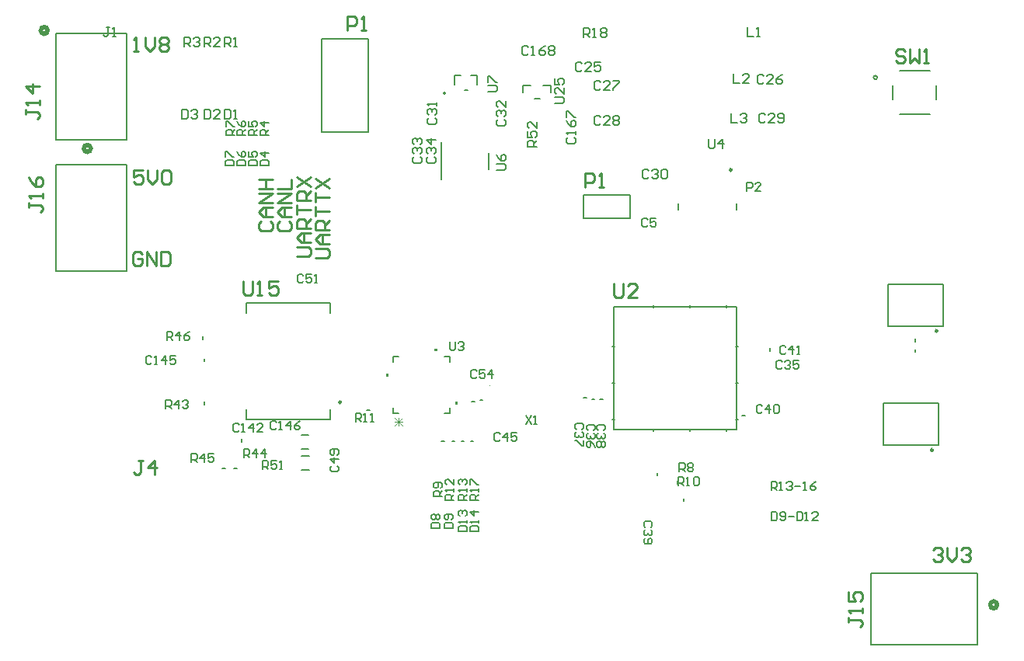
<source format=gto>
G04*
G04 #@! TF.GenerationSoftware,Altium Limited,Altium Designer,21.6.4 (81)*
G04*
G04 Layer_Color=65535*
%FSLAX25Y25*%
%MOIN*%
G70*
G04*
G04 #@! TF.SameCoordinates,32ACE0EF-A2FC-4BC7-9326-31937D1A4F50*
G04*
G04*
G04 #@! TF.FilePolarity,Positive*
G04*
G01*
G75*
%ADD10C,0.00394*%
%ADD11C,0.02000*%
%ADD12C,0.00984*%
%ADD13C,0.00600*%
%ADD14C,0.00787*%
%ADD15C,0.00300*%
%ADD16C,0.01000*%
G36*
X180700Y161250D02*
Y159750D01*
X179700D01*
Y161250D01*
X180700D01*
D02*
G37*
G36*
X209300Y149250D02*
Y147750D01*
X210300D01*
Y149250D01*
X209300D01*
D02*
G37*
G36*
X200250Y170800D02*
Y171800D01*
X201750D01*
Y170800D01*
X200250D01*
D02*
G37*
D10*
X224232Y155937D02*
G03*
X224232Y155937I-197J0D01*
G01*
D11*
X53000Y257850D02*
G03*
X53000Y257850I-1500J0D01*
G01*
X34500Y308500D02*
G03*
X34500Y308500I-1500J0D01*
G01*
X441850Y62000D02*
G03*
X441850Y62000I-1500J0D01*
G01*
D12*
X327992Y248681D02*
G03*
X327992Y248681I-492J0D01*
G01*
X414350Y128476D02*
G03*
X414350Y128476I-492J0D01*
G01*
X416272Y179628D02*
G03*
X416272Y179628I-492J0D01*
G01*
X160409Y149000D02*
G03*
X160409Y149000I-492J0D01*
G01*
D13*
X390415Y288299D02*
G03*
X390415Y288299I-800J0D01*
G01*
X205169Y281669D02*
G03*
X205169Y281669I-500J0D01*
G01*
X182800Y168700D02*
X185190D01*
X207200Y166310D02*
Y168700D01*
X204810Y144300D02*
X207200D01*
X182800D02*
X185190D01*
X182800Y166310D02*
Y168700D01*
X204810D02*
X207200D01*
Y144300D02*
Y146690D01*
X182800Y144300D02*
Y146690D01*
X38035Y250850D02*
X68535D01*
Y205150D02*
Y250850D01*
X38035Y205150D02*
X68535D01*
X38035D02*
Y250850D01*
Y307350D02*
X68535D01*
Y261650D02*
Y307350D01*
X38035Y261650D02*
X68535D01*
X38035D02*
Y307350D01*
X433350Y44965D02*
Y75465D01*
X387650Y44965D02*
X433350D01*
X387650D02*
Y75465D01*
X433350D01*
X399925Y272650D02*
X413074D01*
X415850Y278961D02*
Y285039D01*
X399925Y291350D02*
X413074D01*
X397150Y278961D02*
Y285039D01*
X277301Y137198D02*
Y189998D01*
X330101D01*
Y137198D02*
Y189998D01*
X277301Y137198D02*
X330101D01*
X325748Y136698D02*
Y137698D01*
Y189498D02*
Y190498D01*
X310000Y136698D02*
Y137698D01*
Y189498D02*
Y190498D01*
X294252Y136698D02*
Y137698D01*
Y189498D02*
Y190498D01*
X329601Y141551D02*
X330601D01*
X276801D02*
X277801D01*
X329601Y157299D02*
X330601D01*
X276801D02*
X277801D01*
X329601Y173047D02*
X330601D01*
X276801D02*
X277801D01*
X209169Y285197D02*
Y289158D01*
X216197D02*
X218831D01*
Y285197D02*
Y289158D01*
X213441Y282842D02*
X214559D01*
X209169Y289158D02*
X211803D01*
X219299Y107001D02*
X215701D01*
Y108801D01*
X216300Y109401D01*
X217500D01*
X218100Y108801D01*
Y107001D01*
Y108201D02*
X219299Y109401D01*
Y110600D02*
Y111800D01*
Y111200D01*
X215701D01*
X216300Y110600D01*
X215701Y113599D02*
Y115999D01*
X216300D01*
X218700Y113599D01*
X219299D01*
X214299Y107001D02*
X210701D01*
Y108801D01*
X211300Y109401D01*
X212500D01*
X213100Y108801D01*
Y107001D01*
Y108201D02*
X214299Y109401D01*
Y110600D02*
Y111800D01*
Y111200D01*
X210701D01*
X211300Y110600D01*
Y113599D02*
X210701Y114199D01*
Y115399D01*
X211300Y115999D01*
X211900D01*
X212500Y115399D01*
Y114799D01*
Y115399D01*
X213100Y115999D01*
X213700D01*
X214299Y115399D01*
Y114199D01*
X213700Y113599D01*
X215701Y93502D02*
X219299D01*
Y95301D01*
X218700Y95901D01*
X216300D01*
X215701Y95301D01*
Y93502D01*
X219299Y97100D02*
Y98300D01*
Y97700D01*
X215701D01*
X216300Y97100D01*
X219299Y101899D02*
X215701D01*
X217500Y100099D01*
Y102499D01*
X210701Y93502D02*
X214299D01*
Y95301D01*
X213700Y95901D01*
X211300D01*
X210701Y95301D01*
Y93502D01*
X214299Y97100D02*
Y98300D01*
Y97700D01*
X210701D01*
X211300Y97100D01*
Y100099D02*
X210701Y100699D01*
Y101899D01*
X211300Y102499D01*
X211900D01*
X212500Y101899D01*
Y101299D01*
Y101899D01*
X213100Y102499D01*
X213700D01*
X214299Y101899D01*
Y100699D01*
X213700Y100099D01*
X204701Y95001D02*
X208299D01*
Y96800D01*
X207700Y97400D01*
X205300D01*
X204701Y96800D01*
Y95001D01*
X207700Y98600D02*
X208299Y99200D01*
Y100399D01*
X207700Y100999D01*
X205300D01*
X204701Y100399D01*
Y99200D01*
X205300Y98600D01*
X205900D01*
X206500Y99200D01*
Y100999D01*
X218601Y162200D02*
X218001Y162799D01*
X216801D01*
X216201Y162200D01*
Y159800D01*
X216801Y159201D01*
X218001D01*
X218601Y159800D01*
X222200Y162799D02*
X219800D01*
Y161000D01*
X221000Y161600D01*
X221600D01*
X222200Y161000D01*
Y159800D01*
X221600Y159201D01*
X220400D01*
X219800Y159800D01*
X225199Y159201D02*
Y162799D01*
X223399Y161000D01*
X225799D01*
X344903Y111201D02*
Y114799D01*
X346703D01*
X347302Y114200D01*
Y113000D01*
X346703Y112400D01*
X344903D01*
X346103D02*
X347302Y111201D01*
X348502D02*
X349701D01*
X349102D01*
Y114799D01*
X348502Y114200D01*
X351501D02*
X352101Y114799D01*
X353300D01*
X353900Y114200D01*
Y113600D01*
X353300Y113000D01*
X352701D01*
X353300D01*
X353900Y112400D01*
Y111800D01*
X353300Y111201D01*
X352101D01*
X351501Y111800D01*
X355100Y113000D02*
X357499D01*
X358699Y111201D02*
X359898D01*
X359298D01*
Y114799D01*
X358699Y114200D01*
X364097Y114799D02*
X362897Y114200D01*
X361698Y113000D01*
Y111800D01*
X362298Y111201D01*
X363497D01*
X364097Y111800D01*
Y112400D01*
X363497Y113000D01*
X361698D01*
X345103Y101799D02*
Y98201D01*
X346903D01*
X347502Y98800D01*
Y101200D01*
X346903Y101799D01*
X345103D01*
X348702Y98800D02*
X349302Y98201D01*
X350501D01*
X351101Y98800D01*
Y101200D01*
X350501Y101799D01*
X349302D01*
X348702Y101200D01*
Y100600D01*
X349302Y100000D01*
X351101D01*
X352301D02*
X354700D01*
X355900Y101799D02*
Y98201D01*
X357699D01*
X358299Y98800D01*
Y101200D01*
X357699Y101799D01*
X355900D01*
X359499Y98201D02*
X360698D01*
X360098D01*
Y101799D01*
X359499Y101200D01*
X364897Y98201D02*
X362498D01*
X364897Y100600D01*
Y101200D01*
X364297Y101799D01*
X363097D01*
X362498Y101200D01*
X239601Y143299D02*
X242000Y139701D01*
Y143299D02*
X239601Y139701D01*
X243200D02*
X244399D01*
X243799D01*
Y143299D01*
X243200Y142700D01*
X114799Y263501D02*
X111201D01*
Y265300D01*
X111800Y265900D01*
X113000D01*
X113600Y265300D01*
Y263501D01*
Y264701D02*
X114799Y265900D01*
X111201Y267100D02*
Y269499D01*
X111800D01*
X114200Y267100D01*
X114799D01*
X119400Y263599D02*
X115802D01*
Y265399D01*
X116401Y265999D01*
X117601D01*
X118201Y265399D01*
Y263599D01*
Y264799D02*
X119400Y265999D01*
X115802Y269597D02*
X116401Y268398D01*
X117601Y267198D01*
X118801D01*
X119400Y267798D01*
Y268998D01*
X118801Y269597D01*
X118201D01*
X117601Y268998D01*
Y267198D01*
X124400Y263599D02*
X120801D01*
Y265399D01*
X121401Y265999D01*
X122601D01*
X123201Y265399D01*
Y263599D01*
Y264799D02*
X124400Y265999D01*
X120801Y269597D02*
Y267198D01*
X122601D01*
X122001Y268398D01*
Y268998D01*
X122601Y269597D01*
X123801D01*
X124400Y268998D01*
Y267798D01*
X123801Y267198D01*
X129299Y263501D02*
X125701D01*
Y265300D01*
X126300Y265900D01*
X127500D01*
X128100Y265300D01*
Y263501D01*
Y264701D02*
X129299Y265900D01*
Y268899D02*
X125701D01*
X127500Y267100D01*
Y269499D01*
X110801Y250599D02*
X114400D01*
Y252399D01*
X113801Y252999D01*
X111401D01*
X110801Y252399D01*
Y250599D01*
Y254198D02*
Y256597D01*
X111401D01*
X113801Y254198D01*
X114400D01*
X115802Y250599D02*
X119400D01*
Y252399D01*
X118801Y252999D01*
X116401D01*
X115802Y252399D01*
Y250599D01*
Y256597D02*
X116401Y255398D01*
X117601Y254198D01*
X118801D01*
X119400Y254798D01*
Y255998D01*
X118801Y256597D01*
X118201D01*
X117601Y255998D01*
Y254198D01*
X120801Y250599D02*
X124400D01*
Y252399D01*
X123801Y252999D01*
X121401D01*
X120801Y252399D01*
Y250599D01*
Y256597D02*
Y254198D01*
X122601D01*
X122001Y255398D01*
Y255998D01*
X122601Y256597D01*
X123801D01*
X124400Y255998D01*
Y254798D01*
X123801Y254198D01*
X125802Y250599D02*
X129400D01*
Y252399D01*
X128801Y252999D01*
X126401D01*
X125802Y252399D01*
Y250599D01*
X129400Y255998D02*
X125802D01*
X127601Y254198D01*
Y256597D01*
X207001Y174799D02*
Y171800D01*
X207601Y171201D01*
X208800D01*
X209400Y171800D01*
Y174799D01*
X210600Y174200D02*
X211200Y174799D01*
X212399D01*
X212999Y174200D01*
Y173600D01*
X212399Y173000D01*
X211799D01*
X212399D01*
X212999Y172400D01*
Y171800D01*
X212399Y171201D01*
X211200D01*
X210600Y171800D01*
X126801Y120201D02*
Y123799D01*
X128601D01*
X129201Y123200D01*
Y122000D01*
X128601Y121400D01*
X126801D01*
X128001D02*
X129201Y120201D01*
X132799Y123799D02*
X130400D01*
Y122000D01*
X131600Y122600D01*
X132200D01*
X132799Y122000D01*
Y120800D01*
X132200Y120201D01*
X131000D01*
X130400Y120800D01*
X133999Y120201D02*
X135199D01*
X134599D01*
Y123799D01*
X133999Y123200D01*
X85702Y175701D02*
Y179299D01*
X87501D01*
X88101Y178700D01*
Y177500D01*
X87501Y176900D01*
X85702D01*
X86901D02*
X88101Y175701D01*
X91100D02*
Y179299D01*
X89300Y177500D01*
X91700D01*
X95298Y179299D02*
X94099Y178700D01*
X92899Y177500D01*
Y176300D01*
X93499Y175701D01*
X94699D01*
X95298Y176300D01*
Y176900D01*
X94699Y177500D01*
X92899D01*
X96201Y123201D02*
Y126799D01*
X98001D01*
X98601Y126200D01*
Y125000D01*
X98001Y124400D01*
X96201D01*
X97401D02*
X98601Y123201D01*
X101600D02*
Y126799D01*
X99800Y125000D01*
X102200D01*
X105798Y126799D02*
X103399D01*
Y125000D01*
X104599Y125600D01*
X105199D01*
X105798Y125000D01*
Y123800D01*
X105199Y123201D01*
X103999D01*
X103399Y123800D01*
X118702Y125201D02*
Y128799D01*
X120501D01*
X121101Y128200D01*
Y127000D01*
X120501Y126400D01*
X118702D01*
X119901D02*
X121101Y125201D01*
X124100D02*
Y128799D01*
X122300Y127000D01*
X124700D01*
X127699Y125201D02*
Y128799D01*
X125899Y127000D01*
X128298D01*
X85202Y146201D02*
Y149799D01*
X87001D01*
X87601Y149200D01*
Y148000D01*
X87001Y147400D01*
X85202D01*
X86401D02*
X87601Y146201D01*
X90600D02*
Y149799D01*
X88800Y148000D01*
X91200D01*
X92399Y149200D02*
X92999Y149799D01*
X94199D01*
X94798Y149200D01*
Y148600D01*
X94199Y148000D01*
X93599D01*
X94199D01*
X94798Y147400D01*
Y146800D01*
X94199Y146201D01*
X92999D01*
X92399Y146800D01*
X199201Y95001D02*
X202799D01*
Y96800D01*
X202200Y97400D01*
X199800D01*
X199201Y96800D01*
Y95001D01*
X199800Y98600D02*
X199201Y99200D01*
Y100399D01*
X199800Y100999D01*
X200400D01*
X201000Y100399D01*
X201600Y100999D01*
X202200D01*
X202799Y100399D01*
Y99200D01*
X202200Y98600D01*
X201600D01*
X201000Y99200D01*
X200400Y98600D01*
X199800D01*
X201000Y99200D02*
Y100399D01*
X132601Y140200D02*
X132001Y140799D01*
X130802D01*
X130202Y140200D01*
Y137800D01*
X130802Y137201D01*
X132001D01*
X132601Y137800D01*
X133801Y137201D02*
X135001D01*
X134401D01*
Y140799D01*
X133801Y140200D01*
X138599Y137201D02*
Y140799D01*
X136800Y139000D01*
X139199D01*
X142798Y140799D02*
X141598Y140200D01*
X140399Y139000D01*
Y137800D01*
X140999Y137201D01*
X142198D01*
X142798Y137800D01*
Y138400D01*
X142198Y139000D01*
X140399D01*
X79101Y168200D02*
X78501Y168799D01*
X77302D01*
X76702Y168200D01*
Y165800D01*
X77302Y165201D01*
X78501D01*
X79101Y165800D01*
X80301Y165201D02*
X81501D01*
X80901D01*
Y168799D01*
X80301Y168200D01*
X85099Y165201D02*
Y168799D01*
X83300Y167000D01*
X85699D01*
X89298Y168799D02*
X86899D01*
Y167000D01*
X88098Y167600D01*
X88698D01*
X89298Y167000D01*
Y165800D01*
X88698Y165201D01*
X87499D01*
X86899Y165800D01*
X116601Y139200D02*
X116001Y139799D01*
X114802D01*
X114202Y139200D01*
Y136800D01*
X114802Y136201D01*
X116001D01*
X116601Y136800D01*
X117801Y136201D02*
X119000D01*
X118401D01*
Y139799D01*
X117801Y139200D01*
X122599Y136201D02*
Y139799D01*
X120800Y138000D01*
X123199D01*
X126798Y136201D02*
X124399D01*
X126798Y138600D01*
Y139200D01*
X126198Y139799D01*
X124999D01*
X124399Y139200D01*
X144201Y203200D02*
X143601Y203799D01*
X142401D01*
X141801Y203200D01*
Y200800D01*
X142401Y200201D01*
X143601D01*
X144201Y200800D01*
X147799Y203799D02*
X145400D01*
Y202000D01*
X146600Y202600D01*
X147200D01*
X147799Y202000D01*
Y200800D01*
X147200Y200201D01*
X146000D01*
X145400Y200800D01*
X148999Y200201D02*
X150199D01*
X149599D01*
Y203799D01*
X148999Y203200D01*
X156300Y121601D02*
X155701Y121001D01*
Y119801D01*
X156300Y119202D01*
X158700D01*
X159299Y119801D01*
Y121001D01*
X158700Y121601D01*
X159299Y124600D02*
X155701D01*
X157500Y122800D01*
Y125200D01*
X158700Y126399D02*
X159299Y126999D01*
Y128199D01*
X158700Y128798D01*
X156300D01*
X155701Y128199D01*
Y126999D01*
X156300Y126399D01*
X156900D01*
X157500Y126999D01*
Y128798D01*
X208799Y107001D02*
X205201D01*
Y108801D01*
X205800Y109401D01*
X207000D01*
X207600Y108801D01*
Y107001D01*
Y108201D02*
X208799Y109401D01*
Y110600D02*
Y111800D01*
Y111200D01*
X205201D01*
X205800Y110600D01*
X208799Y115999D02*
Y113599D01*
X206400Y115999D01*
X205800D01*
X205201Y115399D01*
Y114199D01*
X205800Y113599D01*
X166601Y140701D02*
Y144299D01*
X168401D01*
X169000Y143700D01*
Y142500D01*
X168401Y141900D01*
X166601D01*
X167801D02*
X169000Y140701D01*
X170200D02*
X171400D01*
X170800D01*
Y144299D01*
X170200Y143700D01*
X173199Y140701D02*
X174399D01*
X173799D01*
Y144299D01*
X173199Y143700D01*
X203799Y108501D02*
X200201D01*
Y110300D01*
X200800Y110900D01*
X202000D01*
X202600Y110300D01*
Y108501D01*
Y109701D02*
X203799Y110900D01*
X203200Y112100D02*
X203799Y112700D01*
Y113899D01*
X203200Y114499D01*
X200800D01*
X200201Y113899D01*
Y112700D01*
X200800Y112100D01*
X201400D01*
X202000Y112700D01*
Y114499D01*
X305501Y119201D02*
Y122799D01*
X307300D01*
X307900Y122200D01*
Y121000D01*
X307300Y120400D01*
X305501D01*
X306701D02*
X307900Y119201D01*
X309100Y122200D02*
X309700Y122799D01*
X310899D01*
X311499Y122200D01*
Y121600D01*
X310899Y121000D01*
X311499Y120400D01*
Y119800D01*
X310899Y119201D01*
X309700D01*
X309100Y119800D01*
Y120400D01*
X309700Y121000D01*
X309100Y121600D01*
Y122200D01*
X309700Y121000D02*
X310899D01*
X305001Y113201D02*
Y116799D01*
X306801D01*
X307401Y116200D01*
Y115000D01*
X306801Y114400D01*
X305001D01*
X306201D02*
X307401Y113201D01*
X308600D02*
X309800D01*
X309200D01*
Y116799D01*
X308600Y116200D01*
X311599D02*
X312199Y116799D01*
X313399D01*
X313999Y116200D01*
Y113800D01*
X313399Y113201D01*
X312199D01*
X311599Y113800D01*
Y116200D01*
X291900Y227200D02*
X291300Y227799D01*
X290101D01*
X289501Y227200D01*
Y224800D01*
X290101Y224201D01*
X291300D01*
X291900Y224800D01*
X295499Y227799D02*
X293100D01*
Y226000D01*
X294299Y226600D01*
X294899D01*
X295499Y226000D01*
Y224800D01*
X294899Y224201D01*
X293700D01*
X293100Y224800D01*
X334501Y239701D02*
Y243299D01*
X336300D01*
X336900Y242700D01*
Y241500D01*
X336300Y240900D01*
X334501D01*
X340499Y239701D02*
X338100D01*
X340499Y242100D01*
Y242700D01*
X339899Y243299D01*
X338700D01*
X338100Y242700D01*
X228601Y135200D02*
X228001Y135799D01*
X226801D01*
X226202Y135200D01*
Y132800D01*
X226801Y132201D01*
X228001D01*
X228601Y132800D01*
X231600Y132201D02*
Y135799D01*
X229800Y134000D01*
X232200D01*
X235799Y135799D02*
X233399D01*
Y134000D01*
X234599Y134600D01*
X235199D01*
X235799Y134000D01*
Y132800D01*
X235199Y132201D01*
X233999D01*
X233399Y132800D01*
X351201Y172700D02*
X350601Y173299D01*
X349401D01*
X348801Y172700D01*
Y170300D01*
X349401Y169701D01*
X350601D01*
X351201Y170300D01*
X354200Y169701D02*
Y173299D01*
X352400Y171500D01*
X354799D01*
X355999Y169701D02*
X357199D01*
X356599D01*
Y173299D01*
X355999Y172700D01*
X341101Y147200D02*
X340501Y147799D01*
X339301D01*
X338702Y147200D01*
Y144800D01*
X339301Y144201D01*
X340501D01*
X341101Y144800D01*
X344100Y144201D02*
Y147799D01*
X342300Y146000D01*
X344700D01*
X345899Y147200D02*
X346499Y147799D01*
X347699D01*
X348299Y147200D01*
Y144800D01*
X347699Y144201D01*
X346499D01*
X345899Y144800D01*
Y147200D01*
X293263Y95399D02*
X293862Y95999D01*
Y97199D01*
X293263Y97798D01*
X290863D01*
X290264Y97199D01*
Y95999D01*
X290863Y95399D01*
X293263Y94200D02*
X293862Y93600D01*
Y92400D01*
X293263Y91800D01*
X292663D01*
X292063Y92400D01*
Y93000D01*
Y92400D01*
X291463Y91800D01*
X290863D01*
X290264Y92400D01*
Y93600D01*
X290863Y94200D01*
Y90601D02*
X290264Y90001D01*
Y88801D01*
X290863Y88201D01*
X293263D01*
X293862Y88801D01*
Y90001D01*
X293263Y90601D01*
X292663D01*
X292063Y90001D01*
Y88201D01*
X273200Y136899D02*
X273799Y137499D01*
Y138699D01*
X273200Y139298D01*
X270800D01*
X270201Y138699D01*
Y137499D01*
X270800Y136899D01*
X273200Y135700D02*
X273799Y135100D01*
Y133900D01*
X273200Y133300D01*
X272600D01*
X272000Y133900D01*
Y134500D01*
Y133900D01*
X271400Y133300D01*
X270800D01*
X270201Y133900D01*
Y135100D01*
X270800Y135700D01*
X273200Y132101D02*
X273799Y131501D01*
Y130301D01*
X273200Y129701D01*
X272600D01*
X272000Y130301D01*
X271400Y129701D01*
X270800D01*
X270201Y130301D01*
Y131501D01*
X270800Y132101D01*
X271400D01*
X272000Y131501D01*
X272600Y132101D01*
X273200D01*
X272000Y131501D02*
Y130301D01*
X263700Y137399D02*
X264299Y137999D01*
Y139199D01*
X263700Y139798D01*
X261300D01*
X260701Y139199D01*
Y137999D01*
X261300Y137399D01*
X263700Y136200D02*
X264299Y135600D01*
Y134400D01*
X263700Y133800D01*
X263100D01*
X262500Y134400D01*
Y135000D01*
Y134400D01*
X261900Y133800D01*
X261300D01*
X260701Y134400D01*
Y135600D01*
X261300Y136200D01*
X264299Y132601D02*
Y130201D01*
X263700D01*
X261300Y132601D01*
X260701D01*
X268700Y136899D02*
X269299Y137499D01*
Y138699D01*
X268700Y139298D01*
X266300D01*
X265701Y138699D01*
Y137499D01*
X266300Y136899D01*
X268700Y135700D02*
X269299Y135100D01*
Y133900D01*
X268700Y133300D01*
X268100D01*
X267500Y133900D01*
Y134500D01*
Y133900D01*
X266900Y133300D01*
X266300D01*
X265701Y133900D01*
Y135100D01*
X266300Y135700D01*
X269299Y129701D02*
X268700Y130901D01*
X267500Y132101D01*
X266300D01*
X265701Y131501D01*
Y130301D01*
X266300Y129701D01*
X266900D01*
X267500Y130301D01*
Y132101D01*
X349601Y166200D02*
X349001Y166799D01*
X347801D01*
X347201Y166200D01*
Y163800D01*
X347801Y163201D01*
X349001D01*
X349601Y163800D01*
X350800Y166200D02*
X351400Y166799D01*
X352600D01*
X353200Y166200D01*
Y165600D01*
X352600Y165000D01*
X352000D01*
X352600D01*
X353200Y164400D01*
Y163800D01*
X352600Y163201D01*
X351400D01*
X350800Y163800D01*
X356799Y166799D02*
X354399D01*
Y165000D01*
X355599Y165600D01*
X356199D01*
X356799Y165000D01*
Y163800D01*
X356199Y163201D01*
X354999D01*
X354399Y163800D01*
X227001Y248668D02*
X230333D01*
X230999Y249334D01*
Y250667D01*
X230333Y251334D01*
X227001D01*
Y255332D02*
X227667Y253999D01*
X229000Y252666D01*
X230333D01*
X230999Y253333D01*
Y254666D01*
X230333Y255332D01*
X229666D01*
X229000Y254666D01*
Y252666D01*
X252001Y277168D02*
X255333D01*
X255999Y277835D01*
Y279168D01*
X255333Y279834D01*
X252001D01*
X255999Y283833D02*
Y281167D01*
X253333Y283833D01*
X252667D01*
X252001Y283167D01*
Y281834D01*
X252667Y281167D01*
X252001Y287832D02*
Y285166D01*
X254000D01*
X253333Y286499D01*
Y287165D01*
X254000Y287832D01*
X255333D01*
X255999Y287165D01*
Y285832D01*
X255333Y285166D01*
X223501Y282168D02*
X226833D01*
X227499Y282834D01*
Y284167D01*
X226833Y284834D01*
X223501D01*
Y286167D02*
Y288832D01*
X224167D01*
X226833Y286167D01*
X227499D01*
X318168Y261999D02*
Y258667D01*
X318834Y258001D01*
X320167D01*
X320834Y258667D01*
Y261999D01*
X324166Y258001D02*
Y261999D01*
X322166Y260000D01*
X324832D01*
X244499Y258668D02*
X240501D01*
Y260668D01*
X241167Y261334D01*
X242500D01*
X243166Y260668D01*
Y258668D01*
Y260001D02*
X244499Y261334D01*
X240501Y265333D02*
Y262667D01*
X242500D01*
X241833Y264000D01*
Y264667D01*
X242500Y265333D01*
X243833D01*
X244499Y264667D01*
Y263334D01*
X243833Y262667D01*
X244499Y269332D02*
Y266666D01*
X241833Y269332D01*
X241167D01*
X240501Y268665D01*
Y267332D01*
X241167Y266666D01*
X264502Y305501D02*
Y309499D01*
X266501D01*
X267167Y308833D01*
Y307500D01*
X266501Y306834D01*
X264502D01*
X265834D02*
X267167Y305501D01*
X268500D02*
X269833D01*
X269167D01*
Y309499D01*
X268500Y308833D01*
X271833D02*
X272499Y309499D01*
X273832D01*
X274498Y308833D01*
Y308166D01*
X273832Y307500D01*
X274498Y306834D01*
Y306167D01*
X273832Y305501D01*
X272499D01*
X271833Y306167D01*
Y306834D01*
X272499Y307500D01*
X271833Y308166D01*
Y308833D01*
X272499Y307500D02*
X273832D01*
X93168Y301501D02*
Y305499D01*
X95167D01*
X95834Y304833D01*
Y303500D01*
X95167Y302834D01*
X93168D01*
X94501D02*
X95834Y301501D01*
X97167Y304833D02*
X97833Y305499D01*
X99166D01*
X99832Y304833D01*
Y304166D01*
X99166Y303500D01*
X98499D01*
X99166D01*
X99832Y302834D01*
Y302167D01*
X99166Y301501D01*
X97833D01*
X97167Y302167D01*
X101668Y301501D02*
Y305499D01*
X103667D01*
X104333Y304833D01*
Y303500D01*
X103667Y302834D01*
X101668D01*
X103001D02*
X104333Y301501D01*
X108332D02*
X105666D01*
X108332Y304166D01*
Y304833D01*
X107666Y305499D01*
X106333D01*
X105666Y304833D01*
X110334Y301501D02*
Y305499D01*
X112334D01*
X113000Y304833D01*
Y303500D01*
X112334Y302834D01*
X110334D01*
X111667D02*
X113000Y301501D01*
X114333D02*
X115666D01*
X114999D01*
Y305499D01*
X114333Y304833D01*
X327668Y272999D02*
Y269001D01*
X330334D01*
X331666Y272333D02*
X332333Y272999D01*
X333666D01*
X334332Y272333D01*
Y271666D01*
X333666Y271000D01*
X332999D01*
X333666D01*
X334332Y270334D01*
Y269667D01*
X333666Y269001D01*
X332333D01*
X331666Y269667D01*
X328668Y289999D02*
Y286001D01*
X331334D01*
X335332D02*
X332666D01*
X335332Y288666D01*
Y289333D01*
X334666Y289999D01*
X333333D01*
X332666Y289333D01*
X334834Y309999D02*
Y306001D01*
X337500D01*
X338833D02*
X340166D01*
X339499D01*
Y309999D01*
X338833Y309333D01*
X61000Y309999D02*
X59667D01*
X60334D01*
Y306667D01*
X59667Y306001D01*
X59001D01*
X58334Y306667D01*
X62333Y306001D02*
X63666D01*
X62999D01*
Y309999D01*
X62333Y309333D01*
X92168Y274499D02*
Y270501D01*
X94167D01*
X94834Y271167D01*
Y273833D01*
X94167Y274499D01*
X92168D01*
X96166Y273833D02*
X96833Y274499D01*
X98166D01*
X98832Y273833D01*
Y273166D01*
X98166Y272500D01*
X97499D01*
X98166D01*
X98832Y271834D01*
Y271167D01*
X98166Y270501D01*
X96833D01*
X96166Y271167D01*
X101668Y274499D02*
Y270501D01*
X103667D01*
X104333Y271167D01*
Y273833D01*
X103667Y274499D01*
X101668D01*
X108332Y270501D02*
X105666D01*
X108332Y273166D01*
Y273833D01*
X107666Y274499D01*
X106333D01*
X105666Y273833D01*
X110334Y274499D02*
Y270501D01*
X112334D01*
X113000Y271167D01*
Y273833D01*
X112334Y274499D01*
X110334D01*
X114333Y270501D02*
X115666D01*
X114999D01*
Y274499D01*
X114333Y273833D01*
X240668Y301333D02*
X240002Y301999D01*
X238669D01*
X238002Y301333D01*
Y298667D01*
X238669Y298001D01*
X240002D01*
X240668Y298667D01*
X242001Y298001D02*
X243334D01*
X242667D01*
Y301999D01*
X242001Y301333D01*
X247999Y301999D02*
X246666Y301333D01*
X245333Y300000D01*
Y298667D01*
X246000Y298001D01*
X247333D01*
X247999Y298667D01*
Y299334D01*
X247333Y300000D01*
X245333D01*
X249332Y301333D02*
X249998Y301999D01*
X251331D01*
X251998Y301333D01*
Y300666D01*
X251331Y300000D01*
X251998Y299334D01*
Y298667D01*
X251331Y298001D01*
X249998D01*
X249332Y298667D01*
Y299334D01*
X249998Y300000D01*
X249332Y300666D01*
Y301333D01*
X249998Y300000D02*
X251331D01*
X257667Y262668D02*
X257001Y262002D01*
Y260669D01*
X257667Y260002D01*
X260333D01*
X260999Y260669D01*
Y262002D01*
X260333Y262668D01*
X260999Y264001D02*
Y265334D01*
Y264667D01*
X257001D01*
X257667Y264001D01*
X257001Y269999D02*
X257667Y268666D01*
X259000Y267333D01*
X260333D01*
X260999Y268000D01*
Y269333D01*
X260333Y269999D01*
X259666D01*
X259000Y269333D01*
Y267333D01*
X257001Y271332D02*
Y273998D01*
X257667D01*
X260333Y271332D01*
X260999D01*
X197667Y254334D02*
X197001Y253668D01*
Y252335D01*
X197667Y251668D01*
X200333D01*
X200999Y252335D01*
Y253668D01*
X200333Y254334D01*
X197667Y255667D02*
X197001Y256334D01*
Y257666D01*
X197667Y258333D01*
X198334D01*
X199000Y257666D01*
Y257000D01*
Y257666D01*
X199667Y258333D01*
X200333D01*
X200999Y257666D01*
Y256334D01*
X200333Y255667D01*
X200999Y261665D02*
X197001D01*
X199000Y259666D01*
Y262332D01*
X191667Y254334D02*
X191001Y253668D01*
Y252335D01*
X191667Y251668D01*
X194333D01*
X194999Y252335D01*
Y253668D01*
X194333Y254334D01*
X191667Y255667D02*
X191001Y256334D01*
Y257666D01*
X191667Y258333D01*
X192333D01*
X193000Y257666D01*
Y257000D01*
Y257666D01*
X193667Y258333D01*
X194333D01*
X194999Y257666D01*
Y256334D01*
X194333Y255667D01*
X191667Y259666D02*
X191001Y260332D01*
Y261665D01*
X191667Y262332D01*
X192333D01*
X193000Y261665D01*
Y260999D01*
Y261665D01*
X193667Y262332D01*
X194333D01*
X194999Y261665D01*
Y260332D01*
X194333Y259666D01*
X227667Y270334D02*
X227001Y269668D01*
Y268335D01*
X227667Y267668D01*
X230333D01*
X230999Y268335D01*
Y269668D01*
X230333Y270334D01*
X227667Y271667D02*
X227001Y272334D01*
Y273666D01*
X227667Y274333D01*
X228334D01*
X229000Y273666D01*
Y273000D01*
Y273666D01*
X229666Y274333D01*
X230333D01*
X230999Y273666D01*
Y272334D01*
X230333Y271667D01*
X230999Y278332D02*
Y275666D01*
X228334Y278332D01*
X227667D01*
X227001Y277665D01*
Y276332D01*
X227667Y275666D01*
X198167Y271001D02*
X197501Y270334D01*
Y269001D01*
X198167Y268335D01*
X200833D01*
X201499Y269001D01*
Y270334D01*
X200833Y271001D01*
X198167Y272334D02*
X197501Y273000D01*
Y274333D01*
X198167Y274999D01*
X198834D01*
X199500Y274333D01*
Y273666D01*
Y274333D01*
X200167Y274999D01*
X200833D01*
X201499Y274333D01*
Y273000D01*
X200833Y272334D01*
X201499Y276332D02*
Y277665D01*
Y276999D01*
X197501D01*
X198167Y276332D01*
X292334Y248333D02*
X291668Y248999D01*
X290335D01*
X289668Y248333D01*
Y245667D01*
X290335Y245001D01*
X291668D01*
X292334Y245667D01*
X293667Y248333D02*
X294334Y248999D01*
X295666D01*
X296333Y248333D01*
Y247666D01*
X295666Y247000D01*
X295000D01*
X295666D01*
X296333Y246334D01*
Y245667D01*
X295666Y245001D01*
X294334D01*
X293667Y245667D01*
X297666Y248333D02*
X298332Y248999D01*
X299665D01*
X300332Y248333D01*
Y245667D01*
X299665Y245001D01*
X298332D01*
X297666Y245667D01*
Y248333D01*
X342334Y272333D02*
X341668Y272999D01*
X340335D01*
X339668Y272333D01*
Y269667D01*
X340335Y269001D01*
X341668D01*
X342334Y269667D01*
X346333Y269001D02*
X343667D01*
X346333Y271666D01*
Y272333D01*
X345666Y272999D01*
X344334D01*
X343667Y272333D01*
X347666Y269667D02*
X348332Y269001D01*
X349665D01*
X350332Y269667D01*
Y272333D01*
X349665Y272999D01*
X348332D01*
X347666Y272333D01*
Y271666D01*
X348332Y271000D01*
X350332D01*
X271834Y271333D02*
X271168Y271999D01*
X269835D01*
X269168Y271333D01*
Y268667D01*
X269835Y268001D01*
X271168D01*
X271834Y268667D01*
X275833Y268001D02*
X273167D01*
X275833Y270666D01*
Y271333D01*
X275166Y271999D01*
X273834D01*
X273167Y271333D01*
X277166D02*
X277832Y271999D01*
X279165D01*
X279832Y271333D01*
Y270666D01*
X279165Y270000D01*
X279832Y269334D01*
Y268667D01*
X279165Y268001D01*
X277832D01*
X277166Y268667D01*
Y269334D01*
X277832Y270000D01*
X277166Y270666D01*
Y271333D01*
X277832Y270000D02*
X279165D01*
X271834Y286333D02*
X271168Y286999D01*
X269835D01*
X269168Y286333D01*
Y283667D01*
X269835Y283001D01*
X271168D01*
X271834Y283667D01*
X275833Y283001D02*
X273167D01*
X275833Y285666D01*
Y286333D01*
X275166Y286999D01*
X273834D01*
X273167Y286333D01*
X277166Y286999D02*
X279832D01*
Y286333D01*
X277166Y283667D01*
Y283001D01*
X341834Y288833D02*
X341168Y289499D01*
X339835D01*
X339168Y288833D01*
Y286167D01*
X339835Y285501D01*
X341168D01*
X341834Y286167D01*
X345833Y285501D02*
X343167D01*
X345833Y288166D01*
Y288833D01*
X345166Y289499D01*
X343834D01*
X343167Y288833D01*
X349832Y289499D02*
X348499Y288833D01*
X347166Y287500D01*
Y286167D01*
X347832Y285501D01*
X349165D01*
X349832Y286167D01*
Y286834D01*
X349165Y287500D01*
X347166D01*
X263834Y294333D02*
X263168Y294999D01*
X261835D01*
X261168Y294333D01*
Y291667D01*
X261835Y291001D01*
X263168D01*
X263834Y291667D01*
X267833Y291001D02*
X265167D01*
X267833Y293666D01*
Y294333D01*
X267166Y294999D01*
X265834D01*
X265167Y294333D01*
X271832Y294999D02*
X269166D01*
Y293000D01*
X270499Y293666D01*
X271165D01*
X271832Y293000D01*
Y291667D01*
X271165Y291001D01*
X269832D01*
X269166Y291667D01*
D14*
X307394Y106409D02*
Y107590D01*
X215909Y132169D02*
X217091D01*
X211909D02*
X213090D01*
X216409Y149201D02*
X217590D01*
X152000Y305000D02*
X172000D01*
X152000Y265000D02*
X172000D01*
X152000D02*
Y305000D01*
X172000Y265000D02*
Y305000D01*
X344331Y170909D02*
Y172090D01*
X332409Y143169D02*
X333591D01*
X109409Y120669D02*
X110591D01*
X114409D02*
X115591D01*
X117669Y131910D02*
Y133091D01*
X305000Y231671D02*
Y234353D01*
X330000Y231671D02*
Y234353D01*
X238516Y281902D02*
Y284756D01*
X247158D02*
X250484D01*
X238516D02*
X241843D01*
X250484Y281902D02*
Y284756D01*
X243417Y279244D02*
X245583D01*
X101201Y175909D02*
Y177091D01*
X101831Y166409D02*
Y167590D01*
X101669Y147909D02*
Y149091D01*
X416811Y130445D02*
Y148555D01*
X393189Y130445D02*
X416811D01*
X393189D02*
Y148555D01*
X416811D01*
X418732Y181597D02*
Y199707D01*
X395110Y181597D02*
X418732D01*
X395110D02*
Y199707D01*
X418732D01*
X406669Y174909D02*
Y176091D01*
Y170410D02*
Y171591D01*
X296201Y117409D02*
Y118591D01*
X219910Y149831D02*
X221091D01*
X119858Y191500D02*
X155646D01*
Y141500D02*
Y145929D01*
X119858Y141500D02*
X155646D01*
X119858D02*
Y145929D01*
Y187071D02*
Y191500D01*
X155646Y187071D02*
Y191500D01*
X171409Y145701D02*
X172591D01*
X207909Y132169D02*
X209090D01*
X203409D02*
X204591D01*
X304831Y113909D02*
Y115091D01*
X143425Y120047D02*
X146575D01*
X143425Y125953D02*
X146575D01*
X143240Y134953D02*
X146390D01*
X143240Y129047D02*
X146390D01*
X271410Y150331D02*
X272591D01*
X264409Y150831D02*
X265591D01*
X267910Y150331D02*
X269091D01*
X264500Y228000D02*
Y238000D01*
X284500D01*
Y228000D02*
Y238000D01*
X264500Y228000D02*
X284500D01*
X203500Y244465D02*
Y260500D01*
X223843Y248957D02*
Y256043D01*
D15*
X183335Y139000D02*
X186667Y142332D01*
Y139000D02*
X183335Y142332D01*
X185001Y139000D02*
Y142332D01*
X186667Y140666D02*
X183335D01*
D16*
X74999Y212498D02*
X73999Y213498D01*
X72000D01*
X71000Y212498D01*
Y208500D01*
X72000Y207500D01*
X73999D01*
X74999Y208500D01*
Y210499D01*
X72999D01*
X76998Y207500D02*
Y213498D01*
X80997Y207500D01*
Y213498D01*
X82996D02*
Y207500D01*
X85995D01*
X86995Y208500D01*
Y212498D01*
X85995Y213498D01*
X82996D01*
X414500Y85498D02*
X415500Y86498D01*
X417499D01*
X418499Y85498D01*
Y84499D01*
X417499Y83499D01*
X416499D01*
X417499D01*
X418499Y82499D01*
Y81500D01*
X417499Y80500D01*
X415500D01*
X414500Y81500D01*
X420498Y86498D02*
Y82499D01*
X422497Y80500D01*
X424497Y82499D01*
Y86498D01*
X426496Y85498D02*
X427496Y86498D01*
X429495D01*
X430495Y85498D01*
Y84499D01*
X429495Y83499D01*
X428496D01*
X429495D01*
X430495Y82499D01*
Y81500D01*
X429495Y80500D01*
X427496D01*
X426496Y81500D01*
X75499Y248498D02*
X71500D01*
Y245499D01*
X73499Y246499D01*
X74499D01*
X75499Y245499D01*
Y243500D01*
X74499Y242500D01*
X72500D01*
X71500Y243500D01*
X77498Y248498D02*
Y244499D01*
X79497Y242500D01*
X81497Y244499D01*
Y248498D01*
X83496Y247498D02*
X84496Y248498D01*
X86495D01*
X87495Y247498D01*
Y243500D01*
X86495Y242500D01*
X84496D01*
X83496Y243500D01*
Y247498D01*
X71500Y299500D02*
X73499D01*
X72500D01*
Y305498D01*
X71500Y304498D01*
X76498Y305498D02*
Y301499D01*
X78498Y299500D01*
X80497Y301499D01*
Y305498D01*
X82496Y304498D02*
X83496Y305498D01*
X85496D01*
X86495Y304498D01*
Y303499D01*
X85496Y302499D01*
X86495Y301499D01*
Y300500D01*
X85496Y299500D01*
X83496D01*
X82496Y300500D01*
Y301499D01*
X83496Y302499D01*
X82496Y303499D01*
Y304498D01*
X83496Y302499D02*
X85496D01*
X126002Y226499D02*
X125002Y225499D01*
Y223500D01*
X126002Y222500D01*
X130000D01*
X131000Y223500D01*
Y225499D01*
X130000Y226499D01*
X131000Y228498D02*
X127001D01*
X125002Y230497D01*
X127001Y232497D01*
X131000D01*
X128001D01*
Y228498D01*
X131000Y234496D02*
X125002D01*
X131000Y238495D01*
X125002D01*
Y240494D02*
X131000D01*
X128001D01*
Y244493D01*
X125002D01*
X131000D01*
X134002Y226499D02*
X133002Y225499D01*
Y223500D01*
X134002Y222500D01*
X138000D01*
X139000Y223500D01*
Y225499D01*
X138000Y226499D01*
X139000Y228498D02*
X135001D01*
X133002Y230497D01*
X135001Y232497D01*
X139000D01*
X136001D01*
Y228498D01*
X139000Y234496D02*
X133002D01*
X139000Y238495D01*
X133002D01*
Y240494D02*
X139000D01*
Y244493D01*
X149502Y211000D02*
X154500D01*
X155500Y212000D01*
Y213999D01*
X154500Y214999D01*
X149502D01*
X155500Y216998D02*
X151501D01*
X149502Y218997D01*
X151501Y220997D01*
X155500D01*
X152501D01*
Y216998D01*
X155500Y222996D02*
X149502D01*
Y225995D01*
X150502Y226995D01*
X152501D01*
X153501Y225995D01*
Y222996D01*
Y224995D02*
X155500Y226995D01*
X149502Y228994D02*
Y232993D01*
Y230994D01*
X155500D01*
X149502Y234992D02*
Y238991D01*
Y236992D01*
X155500D01*
X149502Y240990D02*
X155500Y244989D01*
X149502D02*
X155500Y240990D01*
X141502Y211500D02*
X146500D01*
X147500Y212500D01*
Y214499D01*
X146500Y215499D01*
X141502D01*
X147500Y217498D02*
X143501D01*
X141502Y219497D01*
X143501Y221497D01*
X147500D01*
X144501D01*
Y217498D01*
X147500Y223496D02*
X141502D01*
Y226495D01*
X142502Y227495D01*
X144501D01*
X145501Y226495D01*
Y223496D01*
Y225496D02*
X147500Y227495D01*
X141502Y229494D02*
Y233493D01*
Y231493D01*
X147500D01*
Y235492D02*
X141502D01*
Y238491D01*
X142502Y239491D01*
X144501D01*
X145501Y238491D01*
Y235492D01*
Y237492D02*
X147500Y239491D01*
X141502Y241490D02*
X147500Y245489D01*
X141502D02*
X147500Y241490D01*
X163001Y308501D02*
Y314499D01*
X166000D01*
X167000Y313499D01*
Y311500D01*
X166000Y310500D01*
X163001D01*
X168999Y308501D02*
X170999D01*
X169999D01*
Y314499D01*
X168999Y313499D01*
X26501Y234501D02*
Y232502D01*
Y233502D01*
X31499D01*
X32499Y232502D01*
Y231502D01*
X31499Y230502D01*
X32499Y236501D02*
Y238500D01*
Y237500D01*
X26501D01*
X27501Y236501D01*
X26501Y245498D02*
X27501Y243498D01*
X29500Y241499D01*
X31499D01*
X32499Y242498D01*
Y244498D01*
X31499Y245498D01*
X30500D01*
X29500Y244498D01*
Y241499D01*
X378001Y56501D02*
Y54502D01*
Y55501D01*
X382999D01*
X383999Y54502D01*
Y53502D01*
X382999Y52502D01*
X383999Y58500D02*
Y60500D01*
Y59500D01*
X378001D01*
X379001Y58500D01*
X378001Y67498D02*
Y63499D01*
X381000D01*
X380000Y65498D01*
Y66498D01*
X381000Y67498D01*
X382999D01*
X383999Y66498D01*
Y64499D01*
X382999Y63499D01*
X25001Y274501D02*
Y272502D01*
Y273501D01*
X29999D01*
X30999Y272502D01*
Y271502D01*
X29999Y270502D01*
X30999Y276501D02*
Y278500D01*
Y277500D01*
X25001D01*
X26001Y276501D01*
X30999Y284498D02*
X25001D01*
X28000Y281499D01*
Y285498D01*
X75299Y123998D02*
X73299D01*
X74299D01*
Y119000D01*
X73299Y118000D01*
X72300D01*
X71300Y119000D01*
X80297Y118000D02*
Y123998D01*
X77298Y120999D01*
X81297D01*
X277500Y199798D02*
Y194800D01*
X278500Y193800D01*
X280499D01*
X281499Y194800D01*
Y199798D01*
X287497Y193800D02*
X283498D01*
X287497Y197799D01*
Y198798D01*
X286497Y199798D01*
X284498D01*
X283498Y198798D01*
X118300Y200998D02*
Y196000D01*
X119300Y195000D01*
X121299D01*
X122299Y196000D01*
Y200998D01*
X124298Y195000D02*
X126297D01*
X125298D01*
Y200998D01*
X124298Y199998D01*
X133295Y200998D02*
X129296D01*
Y197999D01*
X131296Y198999D01*
X132296D01*
X133295Y197999D01*
Y196000D01*
X132296Y195000D01*
X130296D01*
X129296Y196000D01*
X402501Y299499D02*
X401501Y300499D01*
X399502D01*
X398502Y299499D01*
Y298500D01*
X399502Y297500D01*
X401501D01*
X402501Y296500D01*
Y295501D01*
X401501Y294501D01*
X399502D01*
X398502Y295501D01*
X404500Y300499D02*
Y294501D01*
X406500Y296500D01*
X408499Y294501D01*
Y300499D01*
X410498Y294501D02*
X412498D01*
X411498D01*
Y300499D01*
X410498Y299499D01*
X265100Y241400D02*
Y247398D01*
X268099D01*
X269099Y246398D01*
Y244399D01*
X268099Y243399D01*
X265100D01*
X271098Y241400D02*
X273097D01*
X272098D01*
Y247398D01*
X271098Y246398D01*
M02*

</source>
